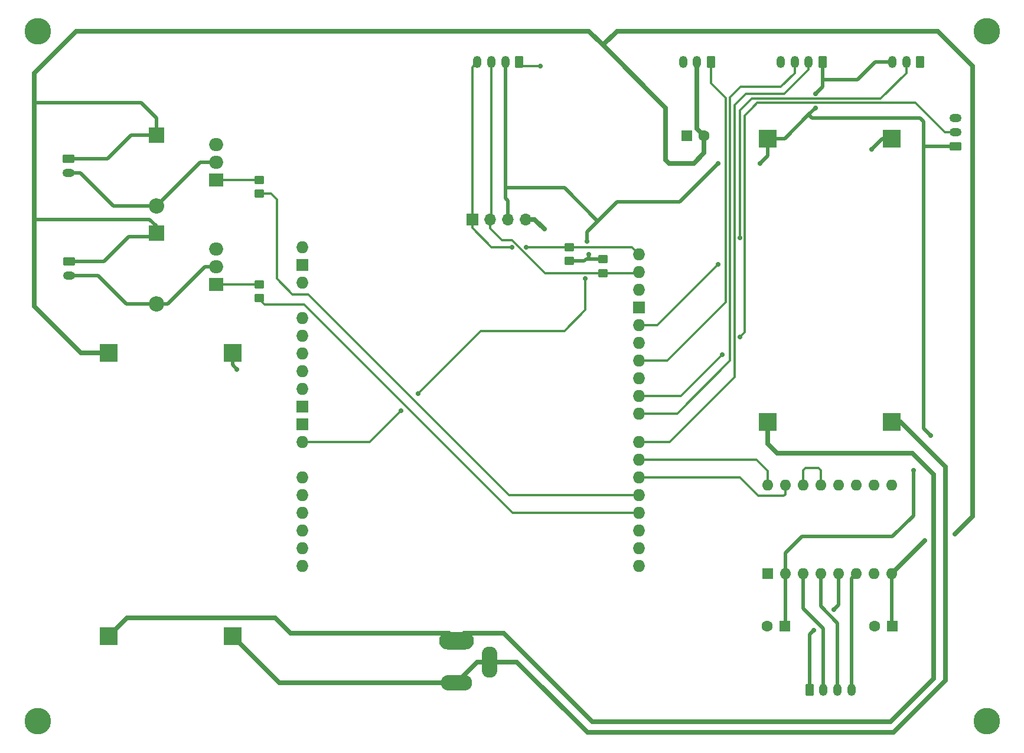
<source format=gtl>
%TF.GenerationSoftware,KiCad,Pcbnew,8.0.0*%
%TF.CreationDate,2024-03-04T10:49:58+07:00*%
%TF.ProjectId,capstone,63617073-746f-46e6-952e-6b696361645f,rev?*%
%TF.SameCoordinates,Original*%
%TF.FileFunction,Copper,L1,Top*%
%TF.FilePolarity,Positive*%
%FSLAX46Y46*%
G04 Gerber Fmt 4.6, Leading zero omitted, Abs format (unit mm)*
G04 Created by KiCad (PCBNEW 8.0.0) date 2024-03-04 10:49:58*
%MOMM*%
%LPD*%
G01*
G04 APERTURE LIST*
G04 Aperture macros list*
%AMRoundRect*
0 Rectangle with rounded corners*
0 $1 Rounding radius*
0 $2 $3 $4 $5 $6 $7 $8 $9 X,Y pos of 4 corners*
0 Add a 4 corners polygon primitive as box body*
4,1,4,$2,$3,$4,$5,$6,$7,$8,$9,$2,$3,0*
0 Add four circle primitives for the rounded corners*
1,1,$1+$1,$2,$3*
1,1,$1+$1,$4,$5*
1,1,$1+$1,$6,$7*
1,1,$1+$1,$8,$9*
0 Add four rect primitives between the rounded corners*
20,1,$1+$1,$2,$3,$4,$5,0*
20,1,$1+$1,$4,$5,$6,$7,0*
20,1,$1+$1,$6,$7,$8,$9,0*
20,1,$1+$1,$8,$9,$2,$3,0*%
G04 Aperture macros list end*
%TA.AperFunction,SMDPad,CuDef*%
%ADD10RoundRect,0.250000X-0.450000X0.350000X-0.450000X-0.350000X0.450000X-0.350000X0.450000X0.350000X0*%
%TD*%
%TA.AperFunction,ComponentPad*%
%ADD11RoundRect,0.250000X-0.625000X0.350000X-0.625000X-0.350000X0.625000X-0.350000X0.625000X0.350000X0*%
%TD*%
%TA.AperFunction,ComponentPad*%
%ADD12O,1.750000X1.200000*%
%TD*%
%TA.AperFunction,ComponentPad*%
%ADD13O,5.000000X2.500000*%
%TD*%
%TA.AperFunction,ComponentPad*%
%ADD14O,4.500000X2.250000*%
%TD*%
%TA.AperFunction,ComponentPad*%
%ADD15O,2.250000X4.500000*%
%TD*%
%TA.AperFunction,ComponentPad*%
%ADD16RoundRect,0.250000X0.350000X0.625000X-0.350000X0.625000X-0.350000X-0.625000X0.350000X-0.625000X0*%
%TD*%
%TA.AperFunction,ComponentPad*%
%ADD17O,1.200000X1.750000*%
%TD*%
%TA.AperFunction,ComponentPad*%
%ADD18C,3.800000*%
%TD*%
%TA.AperFunction,ComponentPad*%
%ADD19R,1.600000X1.600000*%
%TD*%
%TA.AperFunction,ComponentPad*%
%ADD20C,1.600000*%
%TD*%
%TA.AperFunction,ComponentPad*%
%ADD21RoundRect,0.250000X-0.350000X-0.625000X0.350000X-0.625000X0.350000X0.625000X-0.350000X0.625000X0*%
%TD*%
%TA.AperFunction,ComponentPad*%
%ADD22R,2.000000X1.905000*%
%TD*%
%TA.AperFunction,ComponentPad*%
%ADD23O,2.000000X1.905000*%
%TD*%
%TA.AperFunction,SMDPad,CuDef*%
%ADD24RoundRect,0.250000X0.450000X-0.350000X0.450000X0.350000X-0.450000X0.350000X-0.450000X-0.350000X0*%
%TD*%
%TA.AperFunction,ComponentPad*%
%ADD25O,1.727200X1.727200*%
%TD*%
%TA.AperFunction,ComponentPad*%
%ADD26R,1.727200X1.727200*%
%TD*%
%TA.AperFunction,ComponentPad*%
%ADD27R,2.200000X2.200000*%
%TD*%
%TA.AperFunction,ComponentPad*%
%ADD28O,2.200000X2.200000*%
%TD*%
%TA.AperFunction,SMDPad,CuDef*%
%ADD29R,2.540000X2.540000*%
%TD*%
%TA.AperFunction,ComponentPad*%
%ADD30R,1.700000X1.700000*%
%TD*%
%TA.AperFunction,ComponentPad*%
%ADD31O,1.700000X1.700000*%
%TD*%
%TA.AperFunction,ComponentPad*%
%ADD32O,1.600000X1.600000*%
%TD*%
%TA.AperFunction,ComponentPad*%
%ADD33RoundRect,0.250000X0.625000X-0.350000X0.625000X0.350000X-0.625000X0.350000X-0.625000X-0.350000X0*%
%TD*%
%TA.AperFunction,ViaPad*%
%ADD34C,0.700000*%
%TD*%
%TA.AperFunction,Conductor*%
%ADD35C,0.300000*%
%TD*%
%TA.AperFunction,Conductor*%
%ADD36C,0.500000*%
%TD*%
%TA.AperFunction,Conductor*%
%ADD37C,0.700000*%
%TD*%
G04 APERTURE END LIST*
D10*
%TO.P,R3,1*%
%TO.N,+5V*%
X176500000Y-74200000D03*
%TO.P,R3,2*%
%TO.N,/RTC_MOD*%
X176500000Y-76200000D03*
%TD*%
D11*
%TO.P,J2,1,Pin_1*%
%TO.N,+12V*%
X99900000Y-59830000D03*
D12*
%TO.P,J2,2,Pin_2*%
%TO.N,Net-(D1-A)*%
X99900000Y-61830000D03*
%TD*%
D13*
%TO.P,J11,1*%
%TO.N,+24V*%
X155500000Y-129000000D03*
D14*
%TO.P,J11,2*%
%TO.N,-24V*%
X155500000Y-135000000D03*
D15*
%TO.P,J11,3*%
X160200000Y-132000000D03*
%TD*%
D16*
%TO.P,W_LV_SENSOR,1,Pin_1*%
%TO.N,GND*%
X164500000Y-45950000D03*
D17*
%TO.P,W_LV_SENSOR,2,Pin_2*%
%TO.N,+5V*%
X162500000Y-45950000D03*
%TO.P,W_LV_SENSOR,3,Pin_3*%
%TO.N,/RTC_MOD*%
X160500000Y-45950000D03*
%TO.P,W_LV_SENSOR,4,Pin_4*%
%TO.N,Net-(J10-Pin_1)*%
X158500000Y-45950000D03*
%TD*%
D18*
%TO.P,H2,1,1*%
%TO.N,GND*%
X231500000Y-140500000D03*
%TD*%
%TO.P,H5,1,1*%
%TO.N,GND*%
X95450000Y-140500000D03*
%TD*%
D19*
%TO.P,C5,1*%
%TO.N,GND*%
X188500000Y-56500000D03*
D20*
%TO.P,C5,2*%
%TO.N,+12V*%
X191000000Y-56500000D03*
%TD*%
D21*
%TO.P,STP_MTR,1,Pin_1*%
%TO.N,Net-(A2-2A)*%
X206110000Y-136050000D03*
D17*
%TO.P,STP_MTR,2,Pin_2*%
%TO.N,Net-(A2-1B)*%
X208110000Y-136050000D03*
%TO.P,STP_MTR,3,Pin_3*%
%TO.N,Net-(A2-1A)*%
X210110000Y-136050000D03*
%TO.P,STP_MTR,4,Pin_4*%
%TO.N,Net-(A2-2B)*%
X212110000Y-136050000D03*
%TD*%
D22*
%TO.P,Q2,1,B*%
%TO.N,Net-(Q2-B)*%
X121000000Y-77870000D03*
D23*
%TO.P,Q2,2,C*%
%TO.N,Net-(D2-A)*%
X121000000Y-75330000D03*
%TO.P,Q2,3,E*%
%TO.N,GND*%
X121000000Y-72790000D03*
%TD*%
D24*
%TO.P,R4,1*%
%TO.N,+5V*%
X171700000Y-74500000D03*
%TO.P,R4,2*%
%TO.N,Net-(J10-Pin_1)*%
X171700000Y-72500000D03*
%TD*%
D25*
%TO.P,A1,3V3,3.3V*%
%TO.N,unconnected-(A1-3.3V-Pad3V3)*%
X133370000Y-90279881D03*
%TO.P,A1,5V1,5V*%
%TO.N,unconnected-(A1-5V-Pad5V1)*%
X133370000Y-92819881D03*
%TO.P,A1,A0,A0*%
%TO.N,unconnected-(A1-PadA0)*%
X133370000Y-105519881D03*
%TO.P,A1,A1,A1*%
%TO.N,unconnected-(A1-PadA1)*%
X133370000Y-108059881D03*
%TO.P,A1,A2,A2*%
%TO.N,unconnected-(A1-PadA2)*%
X133370000Y-110599881D03*
%TO.P,A1,A3,A3*%
%TO.N,unconnected-(A1-PadA3)*%
X133370000Y-113139881D03*
%TO.P,A1,A4,A4*%
%TO.N,unconnected-(A1-PadA4)*%
X133370000Y-115679881D03*
%TO.P,A1,A5,A5*%
%TO.N,unconnected-(A1-PadA5)*%
X133370000Y-118219881D03*
%TO.P,A1,AREF,AREF*%
%TO.N,unconnected-(A1-PadAREF)*%
X181630000Y-78595881D03*
%TO.P,A1,BOOT,BOOT*%
%TO.N,unconnected-(A1-PadBOOT)*%
X133370000Y-82659881D03*
%TO.P,A1,D0,D0/RX*%
%TO.N,unconnected-(A1-D0{slash}RX-PadD0)*%
X181630000Y-118219881D03*
%TO.P,A1,D1,D1/TX*%
%TO.N,unconnected-(A1-D1{slash}TX-PadD1)*%
X181630000Y-115679881D03*
%TO.P,A1,D2,D2*%
%TO.N,unconnected-(A1-PadD2)*%
X181630000Y-113139881D03*
%TO.P,A1,D3,D3*%
%TO.N,/SOL_CTRL1*%
X181630000Y-110599881D03*
%TO.P,A1,D4,D4*%
%TO.N,/SOL_CTRL2*%
X181630000Y-108059881D03*
%TO.P,A1,D5,D5*%
%TO.N,/STEP*%
X181630000Y-105519881D03*
%TO.P,A1,D6,D6*%
%TO.N,/DIR*%
X181630000Y-102979881D03*
%TO.P,A1,D7,D7*%
%TO.N,/TRG_ULT*%
X181630000Y-100439881D03*
%TO.P,A1,D8,D8*%
%TO.N,/ECH_ULT*%
X181630000Y-96375881D03*
%TO.P,A1,D9,D9*%
%TO.N,/RELAY_CTRL*%
X181630000Y-93835881D03*
%TO.P,A1,D10,D10*%
%TO.N,unconnected-(A1-PadD10)*%
X181630000Y-91295881D03*
%TO.P,A1,D11,D11*%
%TO.N,/SERVO_PWM*%
X181630000Y-88755881D03*
%TO.P,A1,D12,D12*%
%TO.N,unconnected-(A1-PadD12)*%
X181630000Y-86215881D03*
%TO.P,A1,D13,D13*%
%TO.N,/DHT_11*%
X181630000Y-83675881D03*
D26*
%TO.P,A1,GND1,GND*%
%TO.N,GND*%
X181630000Y-81135881D03*
%TO.P,A1,GND2,GND*%
X133370000Y-95359881D03*
%TO.P,A1,GND3,GND*%
X133370000Y-97899881D03*
%TO.P,A1,GND5,GND*%
%TO.N,unconnected-(A1-GND-PadGND5)*%
X133370000Y-75039881D03*
D25*
%TO.P,A1,IORF,IOREF*%
%TO.N,unconnected-(A1-IOREF-PadIORF)*%
X133370000Y-85199881D03*
%TO.P,A1,OFF,OFF*%
%TO.N,unconnected-(A1-PadOFF)*%
X133370000Y-72499881D03*
%TO.P,A1,RST1,RESET*%
%TO.N,unconnected-(A1-RESET-PadRST1)*%
X133370000Y-87739881D03*
%TO.P,A1,SCL,SCL*%
%TO.N,Net-(J10-Pin_1)*%
X181630000Y-73515881D03*
%TO.P,A1,SDA,SDA*%
%TO.N,/RTC_MOD*%
X181630000Y-76055881D03*
%TO.P,A1,VBAT,VRTC*%
%TO.N,unconnected-(A1-VRTC-PadVBAT)*%
X133370000Y-77579881D03*
%TO.P,A1,VIN,VIN*%
%TO.N,+5V*%
X133370000Y-100439881D03*
%TD*%
D19*
%TO.P,C4,1*%
%TO.N,+5V*%
X202542380Y-126850000D03*
D20*
%TO.P,C4,2*%
%TO.N,GND*%
X200042380Y-126850000D03*
%TD*%
D27*
%TO.P,D2,1,K*%
%TO.N,+12V*%
X112500000Y-70500000D03*
D28*
%TO.P,D2,2,A*%
%TO.N,Net-(D2-A)*%
X112500000Y-80660000D03*
%TD*%
D24*
%TO.P,R2,1*%
%TO.N,/SOL_CTRL1*%
X127250000Y-79830000D03*
%TO.P,R2,2*%
%TO.N,Net-(Q2-B)*%
X127250000Y-77830000D03*
%TD*%
%TO.P,R1,1*%
%TO.N,/SOL_CTRL2*%
X127250000Y-64830000D03*
%TO.P,R1,2*%
%TO.N,Net-(Q1-B)*%
X127250000Y-62830000D03*
%TD*%
D29*
%TO.P,U2,1,Vin*%
%TO.N,+24V*%
X200110000Y-97600000D03*
%TO.P,U2,2,GND*%
%TO.N,-24V*%
X217890000Y-97600000D03*
%TO.P,U2,3,GND*%
%TO.N,GND*%
X217890000Y-56960000D03*
%TO.P,U2,4,Vout*%
%TO.N,+5V*%
X200110000Y-56960000D03*
%TD*%
D16*
%TO.P,DHT-11,1,Pin_1*%
%TO.N,GND*%
X222000000Y-45950000D03*
D17*
%TO.P,DHT-11,2,Pin_2*%
%TO.N,/DHT_11*%
X220000000Y-45950000D03*
%TO.P,DHT-11,3,Pin_3*%
%TO.N,+5V*%
X218000000Y-45950000D03*
%TD*%
D16*
%TO.P,ULT_SENSOR,1,Pin_1*%
%TO.N,+5V*%
X208000000Y-45950000D03*
D17*
%TO.P,ULT_SENSOR,2,Pin_2*%
%TO.N,/TRG_ULT*%
X206000000Y-45950000D03*
%TO.P,ULT_SENSOR,3,Pin_3*%
%TO.N,/ECH_ULT*%
X204000000Y-45950000D03*
%TO.P,ULT_SENSOR,4,Pin_4*%
%TO.N,GND*%
X202000000Y-45950000D03*
%TD*%
D30*
%TO.P,J10,1,Pin_1*%
%TO.N,Net-(J10-Pin_1)*%
X157750000Y-68500000D03*
D31*
%TO.P,J10,2,Pin_2*%
%TO.N,/RTC_MOD*%
X160290000Y-68500000D03*
%TO.P,J10,3,Pin_3*%
%TO.N,+5V*%
X162830000Y-68500000D03*
%TO.P,J10,4,Pin_4*%
%TO.N,GND*%
X165370000Y-68500000D03*
%TD*%
D27*
%TO.P,D1,1,K*%
%TO.N,+12V*%
X112500000Y-56420000D03*
D28*
%TO.P,D1,2,A*%
%TO.N,Net-(D1-A)*%
X112500000Y-66580000D03*
%TD*%
D18*
%TO.P,H1,1,1*%
%TO.N,GND*%
X231500000Y-41500000D03*
%TD*%
D19*
%TO.P,A2,1,GND*%
%TO.N,GND*%
X200110000Y-119340000D03*
D32*
%TO.P,A2,2,VDD*%
%TO.N,+5V*%
X202650000Y-119340000D03*
%TO.P,A2,3,1B*%
%TO.N,Net-(A2-1B)*%
X205190000Y-119340000D03*
%TO.P,A2,4,1A*%
%TO.N,Net-(A2-1A)*%
X207730000Y-119340000D03*
%TO.P,A2,5,2A*%
%TO.N,Net-(A2-2A)*%
X210270000Y-119340000D03*
%TO.P,A2,6,2B*%
%TO.N,Net-(A2-2B)*%
X212810000Y-119340000D03*
%TO.P,A2,7,GND*%
%TO.N,GND*%
X215350000Y-119340000D03*
%TO.P,A2,8,VMOT*%
%TO.N,+12V*%
X217890000Y-119340000D03*
%TO.P,A2,9,~{ENABLE}*%
%TO.N,unconnected-(A2-~{ENABLE}-Pad9)*%
X217890000Y-106640000D03*
%TO.P,A2,10,MS1*%
%TO.N,unconnected-(A2-MS1-Pad10)*%
X215350000Y-106640000D03*
%TO.P,A2,11,MS2*%
%TO.N,unconnected-(A2-MS2-Pad11)*%
X212810000Y-106640000D03*
%TO.P,A2,12,MS3*%
%TO.N,unconnected-(A2-MS3-Pad12)*%
X210270000Y-106640000D03*
%TO.P,A2,13,~{RESET}*%
%TO.N,/BRIDGE*%
X207730000Y-106640000D03*
%TO.P,A2,14,~{SLEEP}*%
X205190000Y-106640000D03*
%TO.P,A2,15,STEP*%
%TO.N,/STEP*%
X202650000Y-106640000D03*
%TO.P,A2,16,DIR*%
%TO.N,/DIR*%
X200110000Y-106640000D03*
%TD*%
D33*
%TO.P,WTR_PMP,1,Pin_1*%
%TO.N,+5V*%
X227050000Y-58000000D03*
D12*
%TO.P,WTR_PMP,2,Pin_2*%
%TO.N,/RELAY_CTRL*%
X227050000Y-56000000D03*
%TO.P,WTR_PMP,3,Pin_3*%
%TO.N,GND*%
X227050000Y-54000000D03*
%TD*%
D29*
%TO.P,U1,1,Vin*%
%TO.N,+24V*%
X105610000Y-128320000D03*
%TO.P,U1,2,GND*%
%TO.N,-24V*%
X123390000Y-128320000D03*
%TO.P,U1,3,GND*%
%TO.N,GND*%
X123390000Y-87680000D03*
%TO.P,U1,4,Vout*%
%TO.N,+12V*%
X105610000Y-87680000D03*
%TD*%
D16*
%TO.P,SERVO_PWM,1,Pin_1*%
%TO.N,/SERVO_PWM*%
X192000000Y-45950000D03*
D17*
%TO.P,SERVO_PWM,2,Pin_2*%
%TO.N,+12V*%
X190000000Y-45950000D03*
%TO.P,SERVO_PWM,3,Pin_3*%
%TO.N,GND*%
X188000000Y-45950000D03*
%TD*%
D18*
%TO.P,H3,1,1*%
%TO.N,GND*%
X95450000Y-41500000D03*
%TD*%
D22*
%TO.P,Q1,1,B*%
%TO.N,Net-(Q1-B)*%
X121000000Y-62870000D03*
D23*
%TO.P,Q1,2,C*%
%TO.N,Net-(D1-A)*%
X121000000Y-60330000D03*
%TO.P,Q1,3,E*%
%TO.N,GND*%
X121000000Y-57790000D03*
%TD*%
D19*
%TO.P,C3,1*%
%TO.N,+12V*%
X217974759Y-126849999D03*
D20*
%TO.P,C3,2*%
%TO.N,GND*%
X215474759Y-126849999D03*
%TD*%
D11*
%TO.P,J3,1,Pin_1*%
%TO.N,+12V*%
X99950000Y-74580000D03*
D12*
%TO.P,J3,2,Pin_2*%
%TO.N,Net-(D2-A)*%
X99950000Y-76580000D03*
%TD*%
D34*
%TO.N,/RELAY_CTRL*%
X193600000Y-87900000D03*
X196100000Y-85400000D03*
%TO.N,GND*%
X167500000Y-46500000D03*
X215000000Y-58500000D03*
X168100000Y-69900000D03*
X124000000Y-90000000D03*
%TO.N,/DHT_11*%
X193000000Y-75000000D03*
X196100000Y-71200000D03*
%TO.N,Net-(J10-Pin_1)*%
X165500000Y-72500000D03*
X163500000Y-72500000D03*
%TO.N,+12V*%
X222615000Y-114615000D03*
X226950000Y-113650000D03*
%TO.N,Net-(A2-2A)*%
X209600000Y-124500000D03*
X206700000Y-127500000D03*
%TO.N,+5V*%
X174200000Y-71700000D03*
X193000000Y-60500000D03*
X223500000Y-99500000D03*
X207000000Y-52500000D03*
X221000000Y-104500000D03*
X174000000Y-77000000D03*
X207000000Y-50500000D03*
X150000000Y-93500000D03*
X174500000Y-73500000D03*
X199000000Y-60500000D03*
X147500000Y-96000000D03*
%TD*%
D35*
%TO.N,/SERVO_PWM*%
X192000000Y-49000000D02*
X194100000Y-51100000D01*
X194100000Y-51100000D02*
X194100000Y-80400000D01*
X185744119Y-88755881D02*
X181630000Y-88755881D01*
X194100000Y-80400000D02*
X185744119Y-88755881D01*
X192000000Y-45950000D02*
X192000000Y-49000000D01*
%TO.N,/DIR*%
X200110000Y-104610000D02*
X198479881Y-102979881D01*
X200110000Y-106640000D02*
X200110000Y-104610000D01*
X198479881Y-102979881D02*
X181630000Y-102979881D01*
%TO.N,/RELAY_CTRL*%
X225500000Y-56000000D02*
X221300000Y-51800000D01*
X198600000Y-51800000D02*
X197900000Y-52500000D01*
X196800000Y-53600000D02*
X196800000Y-74000000D01*
X197900000Y-52500000D02*
X196800000Y-53600000D01*
X196800000Y-74000000D02*
X196800000Y-84700000D01*
X221300000Y-51800000D02*
X198600000Y-51800000D01*
X187664119Y-93835881D02*
X181630000Y-93835881D01*
X193600000Y-87900000D02*
X187664119Y-93835881D01*
X227050000Y-56000000D02*
X225500000Y-56000000D01*
X196800000Y-84700000D02*
X196100000Y-85400000D01*
%TO.N,/TRG_ULT*%
X202500000Y-50500000D02*
X197000000Y-50500000D01*
X206000000Y-45950000D02*
X206000000Y-47000000D01*
X197000000Y-50500000D02*
X195400000Y-52100000D01*
X195400000Y-52100000D02*
X195400000Y-91100000D01*
X186060119Y-100439881D02*
X181630000Y-100439881D01*
X206000000Y-47000000D02*
X202500000Y-50500000D01*
X195400000Y-91100000D02*
X186060119Y-100439881D01*
D36*
%TO.N,GND*%
X123390000Y-89390000D02*
X124000000Y-90000000D01*
D37*
X166700000Y-68500000D02*
X168100000Y-69900000D01*
X165370000Y-68500000D02*
X166700000Y-68500000D01*
D36*
X217890000Y-56960000D02*
X216540000Y-56960000D01*
D35*
X167500000Y-46500000D02*
X165050000Y-46500000D01*
D36*
X123390000Y-87680000D02*
X123390000Y-89390000D01*
X216540000Y-56960000D02*
X215000000Y-58500000D01*
D35*
X165050000Y-46500000D02*
X164500000Y-45950000D01*
%TO.N,/ECH_ULT*%
X194700000Y-88800000D02*
X194700000Y-51000000D01*
X181630000Y-96375881D02*
X187124119Y-96375881D01*
X187124119Y-96375881D02*
X194700000Y-88800000D01*
X194700000Y-51000000D02*
X196200000Y-49500000D01*
X196200000Y-49500000D02*
X202000000Y-49500000D01*
X204000000Y-47500000D02*
X204000000Y-45950000D01*
X202000000Y-49500000D02*
X204000000Y-47500000D01*
%TO.N,/DHT_11*%
X196100000Y-71150000D02*
X196100000Y-71200000D01*
X197800000Y-51200000D02*
X216300000Y-51200000D01*
X220000000Y-47500000D02*
X220000000Y-45950000D01*
X196100000Y-71150000D02*
X196100000Y-52900000D01*
X196100000Y-52900000D02*
X197800000Y-51200000D01*
X184324119Y-83675881D02*
X193000000Y-75000000D01*
X181630000Y-83675881D02*
X184324119Y-83675881D01*
X216300000Y-51200000D02*
X220000000Y-47500000D01*
%TO.N,/STEP*%
X196119881Y-105519881D02*
X198800000Y-108200000D01*
X202400000Y-108200000D02*
X202650000Y-107950000D01*
X198800000Y-108200000D02*
X202400000Y-108200000D01*
X202650000Y-107950000D02*
X202650000Y-106640000D01*
X181630000Y-105519881D02*
X196119881Y-105519881D01*
%TO.N,Net-(J10-Pin_1)*%
X181630000Y-73515881D02*
X180614119Y-72500000D01*
X157750000Y-69750000D02*
X157750000Y-68500000D01*
X157750000Y-68500000D02*
X157750000Y-46700000D01*
X157750000Y-46700000D02*
X158500000Y-45950000D01*
X180614119Y-72500000D02*
X171700000Y-72500000D01*
X163500000Y-72500000D02*
X160500000Y-72500000D01*
X160500000Y-72500000D02*
X157750000Y-69750000D01*
X165500000Y-72500000D02*
X171700000Y-72500000D01*
%TO.N,/RTC_MOD*%
X162000000Y-71500000D02*
X163500000Y-71500000D01*
X160500000Y-45950000D02*
X160500000Y-68290000D01*
X176500000Y-76200000D02*
X181485881Y-76200000D01*
X160500000Y-68290000D02*
X160290000Y-68500000D01*
X163500000Y-71500000D02*
X168200000Y-76200000D01*
X160290000Y-68500000D02*
X160290000Y-69790000D01*
X160290000Y-69790000D02*
X162000000Y-71500000D01*
X181485881Y-76200000D02*
X181630000Y-76055881D01*
X168200000Y-76200000D02*
X176500000Y-76200000D01*
%TO.N,/SOL_CTRL1*%
X133692459Y-80750000D02*
X128000000Y-80750000D01*
X181630000Y-110599881D02*
X163542340Y-110599881D01*
D36*
X127250000Y-80000000D02*
X127250000Y-79830000D01*
D35*
X128000000Y-80750000D02*
X127250000Y-80000000D01*
X163542340Y-110599881D02*
X133692459Y-80750000D01*
%TO.N,/SOL_CTRL2*%
X129750000Y-77000000D02*
X132000000Y-79250000D01*
X128920000Y-64830000D02*
X129750000Y-65660000D01*
X134250000Y-79250000D02*
X163059881Y-108059881D01*
X129750000Y-65660000D02*
X129750000Y-77000000D01*
X132000000Y-79250000D02*
X134250000Y-79250000D01*
X127250000Y-64830000D02*
X128920000Y-64830000D01*
X163059881Y-108059881D02*
X181630000Y-108059881D01*
D37*
%TO.N,+12V*%
X190000000Y-45950000D02*
X190000000Y-55500000D01*
D36*
X105470000Y-59830000D02*
X108880000Y-56420000D01*
D37*
X226950000Y-113650000D02*
X229500000Y-111100000D01*
X229500000Y-111100000D02*
X229500000Y-46500000D01*
X94950000Y-47500000D02*
X100950000Y-41500000D01*
D36*
X112500000Y-70500000D02*
X112500000Y-69500000D01*
D37*
X105610000Y-87680000D02*
X101630000Y-87680000D01*
X185500000Y-60000000D02*
X186000000Y-60500000D01*
X94950000Y-81000000D02*
X94950000Y-68500000D01*
D36*
X110300000Y-51800000D02*
X94950000Y-51800000D01*
D37*
X224500000Y-41500000D02*
X178500000Y-41500000D01*
D36*
X108880000Y-56420000D02*
X112500000Y-56420000D01*
X111500000Y-68500000D02*
X94950000Y-68500000D01*
D37*
X100950000Y-41500000D02*
X174500000Y-41500000D01*
D36*
X108500000Y-71000000D02*
X112000000Y-71000000D01*
D37*
X94950000Y-68500000D02*
X94950000Y-53000000D01*
X101630000Y-87680000D02*
X94950000Y-81000000D01*
D36*
X99900000Y-59830000D02*
X105470000Y-59830000D01*
D37*
X190000000Y-55500000D02*
X191000000Y-56500000D01*
D36*
X104920000Y-74580000D02*
X99950000Y-74580000D01*
D37*
X229500000Y-46500000D02*
X224500000Y-41500000D01*
D36*
X112000000Y-71000000D02*
X112005026Y-70994974D01*
X217890000Y-126765240D02*
X217974759Y-126849999D01*
D37*
X94950000Y-51800000D02*
X94950000Y-47500000D01*
D36*
X112500000Y-69500000D02*
X111500000Y-68500000D01*
D37*
X185500000Y-52500000D02*
X185500000Y-60000000D01*
X222615000Y-114615000D02*
X217890000Y-119340000D01*
X186000000Y-60500000D02*
X189500000Y-60500000D01*
X94950000Y-53000000D02*
X94950000Y-51800000D01*
D36*
X112500000Y-54000000D02*
X110300000Y-51800000D01*
D37*
X174500000Y-41500000D02*
X176500000Y-43500000D01*
X189500000Y-60500000D02*
X191000000Y-59000000D01*
X191000000Y-59000000D02*
X191000000Y-56500000D01*
X178500000Y-41500000D02*
X176500000Y-43500000D01*
D36*
X112500000Y-56420000D02*
X112500000Y-54000000D01*
X217890000Y-119340000D02*
X217890000Y-126765240D01*
X104920000Y-74580000D02*
X108500000Y-71000000D01*
D37*
X176500000Y-43500000D02*
X185500000Y-52500000D01*
D36*
%TO.N,Net-(A2-1A)*%
X207730000Y-124030000D02*
X210110000Y-126410000D01*
X210110000Y-126410000D02*
X210110000Y-136050000D01*
X207730000Y-119340000D02*
X207730000Y-124030000D01*
%TO.N,Net-(A2-2B)*%
X212110000Y-120040000D02*
X212810000Y-119340000D01*
X212110000Y-136050000D02*
X212110000Y-120040000D01*
%TO.N,Net-(A2-1B)*%
X205190000Y-119340000D02*
X205190000Y-124290000D01*
X208110000Y-127210000D02*
X208110000Y-136050000D01*
X205190000Y-124290000D02*
X208110000Y-127210000D01*
D35*
%TO.N,/BRIDGE*%
X205190000Y-106640000D02*
X205190000Y-104510000D01*
X207400000Y-104200000D02*
X207730000Y-104530000D01*
X207730000Y-104530000D02*
X207730000Y-106640000D01*
X205500000Y-104200000D02*
X207400000Y-104200000D01*
X205190000Y-104510000D02*
X205500000Y-104200000D01*
D36*
%TO.N,Net-(A2-2A)*%
X206700000Y-127500000D02*
X206110000Y-128090000D01*
X210270000Y-123830000D02*
X209600000Y-124500000D01*
X210270000Y-119340000D02*
X210270000Y-123830000D01*
X206110000Y-128090000D02*
X206110000Y-136050000D01*
D35*
%TO.N,+5V*%
X174000000Y-81500000D02*
X174000000Y-77000000D01*
D36*
X208000000Y-48500000D02*
X208000000Y-45950000D01*
X205000000Y-114000000D02*
X202650000Y-116350000D01*
X178500000Y-66000000D02*
X175750000Y-68750000D01*
X208000000Y-48500000D02*
X213000000Y-48500000D01*
X202650000Y-126742380D02*
X202542380Y-126850000D01*
X171700000Y-74500000D02*
X173800000Y-74500000D01*
X222500000Y-58100000D02*
X222500000Y-98500000D01*
X202540000Y-56960000D02*
X206000000Y-53500000D01*
X222500000Y-58100000D02*
X222600000Y-58000000D01*
X174100000Y-74200000D02*
X174500000Y-74200000D01*
X174200000Y-70300000D02*
X174200000Y-71700000D01*
X187500000Y-66000000D02*
X178500000Y-66000000D01*
X206000000Y-53500000D02*
X207000000Y-52500000D01*
X215550000Y-45950000D02*
X218000000Y-45950000D01*
X175750000Y-68750000D02*
X171000000Y-64000000D01*
D35*
X171000000Y-84500000D02*
X174000000Y-81500000D01*
D36*
X222500000Y-54500000D02*
X222500000Y-58100000D01*
X200110000Y-59390000D02*
X199000000Y-60500000D01*
X208000000Y-49500000D02*
X208000000Y-48500000D01*
X200110000Y-56960000D02*
X200110000Y-59390000D01*
X174500000Y-74200000D02*
X176500000Y-74200000D01*
X206500000Y-54000000D02*
X222000000Y-54000000D01*
D35*
X133370000Y-100439881D02*
X143060119Y-100439881D01*
D36*
X202650000Y-119340000D02*
X202650000Y-126742380D01*
D35*
X143060119Y-100439881D02*
X147500000Y-96000000D01*
D36*
X162830000Y-65830000D02*
X162830000Y-68500000D01*
X200110000Y-56960000D02*
X202540000Y-56960000D01*
X174500000Y-74200000D02*
X174500000Y-73500000D01*
X175750000Y-68750000D02*
X174200000Y-70300000D01*
X162500000Y-45950000D02*
X162500000Y-65500000D01*
X221000000Y-111000000D02*
X218000000Y-114000000D01*
X222600000Y-58000000D02*
X227050000Y-58000000D01*
X171000000Y-64000000D02*
X162500000Y-64000000D01*
X162500000Y-65500000D02*
X162830000Y-65830000D01*
X222000000Y-54000000D02*
X222500000Y-54500000D01*
X173800000Y-74500000D02*
X174100000Y-74200000D01*
X206000000Y-53500000D02*
X206500000Y-54000000D01*
X207000000Y-50500000D02*
X208000000Y-49500000D01*
X193000000Y-60500000D02*
X187500000Y-66000000D01*
X202650000Y-116350000D02*
X202650000Y-119340000D01*
X213000000Y-48500000D02*
X215550000Y-45950000D01*
X221000000Y-104500000D02*
X221000000Y-111000000D01*
X218000000Y-114000000D02*
X205000000Y-114000000D01*
D35*
X150000000Y-93500000D02*
X159000000Y-84500000D01*
X159000000Y-84500000D02*
X171000000Y-84500000D01*
D36*
X222500000Y-98500000D02*
X223500000Y-99500000D01*
D37*
%TO.N,-24V*%
X225600000Y-134700000D02*
X225600000Y-104000000D01*
X219200000Y-97600000D02*
X217890000Y-97600000D01*
X160200000Y-132000000D02*
X164150000Y-132000000D01*
X225600000Y-104000000D02*
X219200000Y-97600000D01*
X158500000Y-132000000D02*
X155500000Y-135000000D01*
X130070000Y-135000000D02*
X123390000Y-128320000D01*
X164150000Y-132000000D02*
X174300000Y-142150000D01*
X160200000Y-132000000D02*
X158500000Y-132000000D01*
X155500000Y-135000000D02*
X130070000Y-135000000D01*
X174300000Y-142150000D02*
X218150000Y-142150000D01*
X218150000Y-142150000D02*
X225600000Y-134700000D01*
%TO.N,+24V*%
X200110000Y-100710000D02*
X200110000Y-97600000D01*
X129500000Y-125700000D02*
X108230000Y-125700000D01*
X154400000Y-127900000D02*
X131700000Y-127900000D01*
X155500000Y-129000000D02*
X154400000Y-127900000D01*
X162300000Y-127900000D02*
X175000000Y-140600000D01*
X217700000Y-140600000D02*
X223900000Y-134400000D01*
X223900000Y-134400000D02*
X223900000Y-105100000D01*
X155500000Y-129000000D02*
X156600000Y-127900000D01*
X220900000Y-102100000D02*
X201500000Y-102100000D01*
X131700000Y-127900000D02*
X129500000Y-125700000D01*
X156600000Y-127900000D02*
X162300000Y-127900000D01*
X223900000Y-105100000D02*
X220900000Y-102100000D01*
X201500000Y-102100000D02*
X200110000Y-100710000D01*
X175000000Y-140600000D02*
X217700000Y-140600000D01*
X108230000Y-125700000D02*
X105610000Y-128320000D01*
D35*
%TO.N,Net-(Q1-B)*%
X127250000Y-62830000D02*
X121040000Y-62830000D01*
D36*
X121040000Y-62830000D02*
X121000000Y-62870000D01*
%TO.N,Net-(Q2-B)*%
X121040000Y-77830000D02*
X121000000Y-77870000D01*
D35*
X127250000Y-77830000D02*
X121040000Y-77830000D01*
D36*
%TO.N,Net-(D1-A)*%
X99967621Y-61897621D02*
X99900000Y-61830000D01*
X101530000Y-61830000D02*
X99900000Y-61830000D01*
X118770000Y-60330000D02*
X121000000Y-60330000D01*
X112520000Y-66580000D02*
X118770000Y-60330000D01*
X101530000Y-61830000D02*
X106280000Y-66580000D01*
X112500000Y-66580000D02*
X112520000Y-66580000D01*
X106280000Y-66580000D02*
X112500000Y-66580000D01*
%TO.N,Net-(D2-A)*%
X112500000Y-80660000D02*
X108160000Y-80660000D01*
X119420000Y-75330000D02*
X121000000Y-75330000D01*
X104080000Y-76580000D02*
X99950000Y-76580000D01*
X114090000Y-80660000D02*
X119420000Y-75330000D01*
X112500000Y-80660000D02*
X114090000Y-80660000D01*
X108160000Y-80660000D02*
X104080000Y-76580000D01*
%TD*%
M02*

</source>
